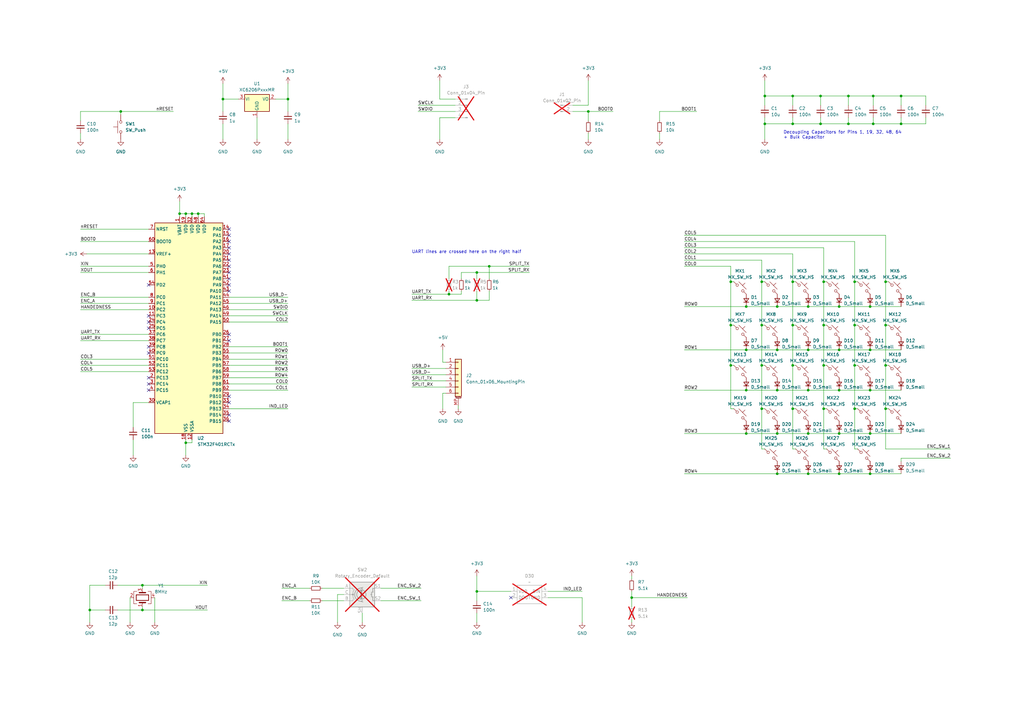
<source format=kicad_sch>
(kicad_sch (version 20231120) (generator "eeschema") (generator_version "8.0")
  (paper "A3")
  (junction (at 81.28 87.63))
  (junction (at 358.14 39.37))
  (junction (at 356.87 194.31))
  (junction (at 369.57 39.37))
  (junction (at 363.22 133.35))
  (junction (at 259.08 245.11))
  (junction (at 313.69 39.37))
  (junction (at 331.47 194.31))
  (junction (at 318.77 194.31))
  (junction (at 318.77 160.02))
  (junction (at 49.53 45.72))
  (junction (at 200.66 109.22))
  (junction (at 331.47 177.8))
  (junction (at 325.12 133.35))
  (junction (at 325.12 115.57))
  (junction (at 344.17 160.02))
  (junction (at 325.12 39.37))
  (junction (at 76.2 87.63))
  (junction (at 318.77 143.51))
  (junction (at 331.47 160.02))
  (junction (at 344.17 143.51))
  (junction (at 299.72 115.57))
  (junction (at 318.77 125.73))
  (junction (at 306.07 143.51))
  (junction (at 344.17 177.8))
  (junction (at 325.12 149.86))
  (junction (at 369.57 50.8))
  (junction (at 325.12 50.8))
  (junction (at 91.44 40.64))
  (junction (at 347.98 39.37))
  (junction (at 363.22 167.64))
  (junction (at 337.82 115.57))
  (junction (at 363.22 149.86))
  (junction (at 344.17 125.73))
  (junction (at 356.87 177.8))
  (junction (at 36.83 250.19))
  (junction (at 78.74 87.63))
  (junction (at 306.07 177.8))
  (junction (at 350.52 115.57))
  (junction (at 73.66 87.63))
  (junction (at 299.72 133.35))
  (junction (at 356.87 160.02))
  (junction (at 312.42 115.57))
  (junction (at 312.42 167.64))
  (junction (at 76.2 181.61))
  (junction (at 336.55 39.37))
  (junction (at 337.82 133.35))
  (junction (at 312.42 133.35))
  (junction (at 312.42 149.86))
  (junction (at 318.77 177.8))
  (junction (at 195.58 123.19))
  (junction (at 325.12 167.64))
  (junction (at 344.17 194.31))
  (junction (at 350.52 149.86))
  (junction (at 350.52 167.64))
  (junction (at 58.42 250.19))
  (junction (at 337.82 167.64))
  (junction (at 331.47 143.51))
  (junction (at 337.82 149.86))
  (junction (at 241.3 45.72))
  (junction (at 350.52 133.35))
  (junction (at 299.72 149.86))
  (junction (at 195.58 242.57))
  (junction (at 356.87 143.51))
  (junction (at 184.15 120.65))
  (junction (at 347.98 50.8))
  (junction (at 358.14 50.8))
  (junction (at 356.87 125.73))
  (junction (at 118.11 40.64))
  (junction (at 313.69 50.8))
  (junction (at 195.58 111.76))
  (junction (at 336.55 50.8))
  (junction (at 306.07 160.02))
  (junction (at 363.22 115.57))
  (junction (at 58.42 240.03))
  (junction (at 331.47 125.73))
  (junction (at 306.07 125.73))
  (no_connect (at 93.98 109.22))
  (no_connect (at 93.98 162.56))
  (no_connect (at 60.96 144.78))
  (no_connect (at 60.96 142.24))
  (no_connect (at 60.96 129.54))
  (no_connect (at 93.98 116.84))
  (no_connect (at 93.98 172.72))
  (no_connect (at 93.98 170.18))
  (no_connect (at 93.98 114.3))
  (no_connect (at 209.55 245.11))
  (no_connect (at 93.98 111.76))
  (no_connect (at 93.98 93.98))
  (no_connect (at 93.98 137.16))
  (no_connect (at 60.96 157.48))
  (no_connect (at 93.98 96.52))
  (no_connect (at 93.98 119.38))
  (no_connect (at 93.98 165.1))
  (no_connect (at 60.96 134.62))
  (no_connect (at 93.98 139.7))
  (no_connect (at 60.96 160.02))
  (no_connect (at 60.96 154.94))
  (no_connect (at 93.98 104.14))
  (no_connect (at 93.98 101.6))
  (no_connect (at 60.96 116.84))
  (no_connect (at 60.96 132.08))
  (no_connect (at 93.98 99.06))
  (no_connect (at 93.98 106.68))
  (wire (pts (xy 181.61 148.59) (xy 182.88 148.59)))
  (wire (pts (xy 168.91 123.19) (xy 195.58 123.19)))
  (wire (pts (xy 58.42 240.03) (xy 58.42 241.3)))
  (wire (pts (xy 313.69 33.02) (xy 313.69 39.37)))
  (wire (pts (xy 195.58 242.57) (xy 209.55 242.57)))
  (wire (pts (xy 93.98 167.64) (xy 118.11 167.64)))
  (wire (pts (xy 363.22 133.35) (xy 363.22 149.86)))
  (wire (pts (xy 358.14 39.37) (xy 369.57 39.37)))
  (wire (pts (xy 195.58 255.27) (xy 195.58 251.46)))
  (wire (pts (xy 347.98 39.37) (xy 347.98 43.18)))
  (wire (pts (xy 280.67 99.06) (xy 350.52 99.06)))
  (wire (pts (xy 93.98 127) (xy 118.11 127)))
  (wire (pts (xy 347.98 39.37) (xy 358.14 39.37)))
  (wire (pts (xy 350.52 115.57) (xy 351.79 115.57)))
  (wire (pts (xy 58.42 250.19) (xy 85.09 250.19)))
  (wire (pts (xy 73.66 87.63) (xy 73.66 88.9)))
  (wire (pts (xy 285.75 45.72) (xy 270.51 45.72)))
  (wire (pts (xy 318.77 143.51) (xy 331.47 143.51)))
  (wire (pts (xy 337.82 133.35) (xy 339.09 133.35)))
  (wire (pts (xy 363.22 133.35) (xy 364.49 133.35)))
  (wire (pts (xy 369.57 39.37) (xy 369.57 43.18)))
  (wire (pts (xy 336.55 50.8) (xy 347.98 50.8)))
  (wire (pts (xy 73.66 82.55) (xy 73.66 87.63)))
  (wire (pts (xy 48.26 250.19) (xy 58.42 250.19)))
  (wire (pts (xy 33.02 45.72) (xy 49.53 45.72)))
  (wire (pts (xy 168.91 153.67) (xy 182.88 153.67)))
  (wire (pts (xy 325.12 39.37) (xy 336.55 39.37)))
  (wire (pts (xy 379.73 50.8) (xy 369.57 50.8)))
  (wire (pts (xy 132.08 246.38) (xy 140.97 246.38)))
  (wire (pts (xy 280.67 101.6) (xy 337.82 101.6)))
  (wire (pts (xy 344.17 125.73) (xy 356.87 125.73)))
  (wire (pts (xy 331.47 177.8) (xy 344.17 177.8)))
  (wire (pts (xy 180.34 48.26) (xy 186.69 48.26)))
  (wire (pts (xy 312.42 133.35) (xy 312.42 149.86)))
  (wire (pts (xy 350.52 133.35) (xy 351.79 133.35)))
  (wire (pts (xy 238.76 255.27) (xy 238.76 245.11)))
  (wire (pts (xy 91.44 34.29) (xy 91.44 40.64)))
  (wire (pts (xy 312.42 115.57) (xy 313.69 115.57)))
  (wire (pts (xy 306.07 125.73) (xy 318.77 125.73)))
  (wire (pts (xy 43.18 240.03) (xy 36.83 240.03)))
  (wire (pts (xy 78.74 181.61) (xy 78.74 180.34)))
  (wire (pts (xy 33.02 149.86) (xy 60.96 149.86)))
  (wire (pts (xy 93.98 121.92) (xy 118.11 121.92)))
  (wire (pts (xy 336.55 39.37) (xy 347.98 39.37)))
  (wire (pts (xy 325.12 50.8) (xy 336.55 50.8)))
  (wire (pts (xy 180.34 40.64) (xy 186.69 40.64)))
  (wire (pts (xy 299.72 149.86) (xy 299.72 167.64)))
  (wire (pts (xy 344.17 177.8) (xy 356.87 177.8)))
  (wire (pts (xy 76.2 181.61) (xy 78.74 181.61)))
  (wire (pts (xy 350.52 167.64) (xy 350.52 184.15)))
  (wire (pts (xy 280.67 96.52) (xy 363.22 96.52)))
  (wire (pts (xy 76.2 181.61) (xy 76.2 180.34)))
  (wire (pts (xy 379.73 43.18) (xy 379.73 39.37)))
  (wire (pts (xy 33.02 109.22) (xy 60.96 109.22)))
  (wire (pts (xy 60.96 104.14) (xy 35.56 104.14)))
  (wire (pts (xy 78.74 88.9) (xy 78.74 87.63)))
  (wire (pts (xy 259.08 236.22) (xy 259.08 237.49)))
  (wire (pts (xy 280.67 143.51) (xy 306.07 143.51)))
  (wire (pts (xy 318.77 125.73) (xy 331.47 125.73)))
  (wire (pts (xy 350.52 184.15) (xy 351.79 184.15)))
  (wire (pts (xy 259.08 254) (xy 259.08 255.27)))
  (wire (pts (xy 189.23 111.76) (xy 195.58 111.76)))
  (wire (pts (xy 33.02 152.4) (xy 60.96 152.4)))
  (wire (pts (xy 299.72 167.64) (xy 300.99 167.64)))
  (wire (pts (xy 363.22 115.57) (xy 364.49 115.57)))
  (wire (pts (xy 306.07 143.51) (xy 318.77 143.51)))
  (wire (pts (xy 331.47 143.51) (xy 344.17 143.51)))
  (wire (pts (xy 318.77 194.31) (xy 331.47 194.31)))
  (wire (pts (xy 337.82 133.35) (xy 337.82 149.86)))
  (wire (pts (xy 379.73 48.26) (xy 379.73 50.8)))
  (wire (pts (xy 58.42 240.03) (xy 48.26 240.03)))
  (wire (pts (xy 217.17 109.22) (xy 200.66 109.22)))
  (wire (pts (xy 363.22 96.52) (xy 363.22 115.57)))
  (wire (pts (xy 350.52 115.57) (xy 350.52 133.35)))
  (wire (pts (xy 171.45 43.18) (xy 186.69 43.18)))
  (wire (pts (xy 325.12 39.37) (xy 325.12 43.18)))
  (wire (pts (xy 118.11 40.64) (xy 118.11 45.72)))
  (wire (pts (xy 325.12 149.86) (xy 326.39 149.86)))
  (wire (pts (xy 93.98 152.4) (xy 118.11 152.4)))
  (wire (pts (xy 241.3 54.61) (xy 241.3 57.15)))
  (wire (pts (xy 58.42 240.03) (xy 85.09 240.03)))
  (wire (pts (xy 118.11 40.64) (xy 113.03 40.64)))
  (wire (pts (xy 356.87 143.51) (xy 369.57 143.51)))
  (wire (pts (xy 115.57 241.3) (xy 127 241.3)))
  (wire (pts (xy 33.02 99.06) (xy 60.96 99.06)))
  (wire (pts (xy 234.95 45.72) (xy 241.3 45.72)))
  (wire (pts (xy 83.82 88.9) (xy 83.82 87.63)))
  (wire (pts (xy 363.22 149.86) (xy 364.49 149.86)))
  (wire (pts (xy 33.02 45.72) (xy 33.02 49.53)))
  (wire (pts (xy 93.98 157.48) (xy 118.11 157.48)))
  (wire (pts (xy 369.57 48.26) (xy 369.57 50.8)))
  (wire (pts (xy 241.3 33.02) (xy 241.3 43.18)))
  (wire (pts (xy 280.67 194.31) (xy 318.77 194.31)))
  (wire (pts (xy 168.91 151.13) (xy 182.88 151.13)))
  (wire (pts (xy 171.45 45.72) (xy 186.69 45.72)))
  (wire (pts (xy 200.66 123.19) (xy 195.58 123.19)))
  (wire (pts (xy 312.42 133.35) (xy 313.69 133.35)))
  (wire (pts (xy 33.02 111.76) (xy 60.96 111.76)))
  (wire (pts (xy 312.42 167.64) (xy 312.42 184.15)))
  (wire (pts (xy 280.67 177.8) (xy 306.07 177.8)))
  (wire (pts (xy 356.87 194.31) (xy 369.57 194.31)))
  (wire (pts (xy 337.82 167.64) (xy 339.09 167.64)))
  (wire (pts (xy 118.11 34.29) (xy 118.11 40.64)))
  (wire (pts (xy 344.17 160.02) (xy 356.87 160.02)))
  (wire (pts (xy 181.61 161.29) (xy 181.61 167.64)))
  (wire (pts (xy 132.08 241.3) (xy 140.97 241.3)))
  (wire (pts (xy 299.72 115.57) (xy 299.72 133.35)))
  (wire (pts (xy 195.58 246.38) (xy 195.58 242.57)))
  (wire (pts (xy 36.83 250.19) (xy 36.83 255.27)))
  (wire (pts (xy 195.58 111.76) (xy 217.17 111.76)))
  (wire (pts (xy 93.98 129.54) (xy 118.11 129.54)))
  (wire (pts (xy 181.61 161.29) (xy 182.88 161.29)))
  (wire (pts (xy 389.89 184.15) (xy 363.22 184.15)))
  (wire (pts (xy 172.72 241.3) (xy 156.21 241.3)))
  (wire (pts (xy 313.69 39.37) (xy 325.12 39.37)))
  (wire (pts (xy 259.08 245.11) (xy 281.94 245.11)))
  (wire (pts (xy 325.12 184.15) (xy 326.39 184.15)))
  (wire (pts (xy 195.58 111.76) (xy 195.58 114.3)))
  (wire (pts (xy 325.12 167.64) (xy 325.12 184.15)))
  (wire (pts (xy 325.12 133.35) (xy 326.39 133.35)))
  (wire (pts (xy 325.12 115.57) (xy 326.39 115.57)))
  (wire (pts (xy 58.42 250.19) (xy 58.42 248.92)))
  (wire (pts (xy 325.12 104.14) (xy 325.12 115.57)))
  (wire (pts (xy 189.23 114.3) (xy 189.23 111.76)))
  (wire (pts (xy 181.61 143.51) (xy 181.61 148.59)))
  (wire (pts (xy 91.44 50.8) (xy 91.44 57.15)))
  (wire (pts (xy 356.87 125.73) (xy 369.57 125.73)))
  (wire (pts (xy 337.82 167.64) (xy 337.82 184.15)))
  (wire (pts (xy 93.98 124.46) (xy 118.11 124.46)))
  (wire (pts (xy 63.5 245.11) (xy 63.5 255.27)))
  (wire (pts (xy 280.67 106.68) (xy 312.42 106.68)))
  (wire (pts (xy 53.34 245.11) (xy 53.34 255.27)))
  (wire (pts (xy 259.08 245.11) (xy 259.08 248.92)))
  (wire (pts (xy 180.34 48.26) (xy 180.34 57.15)))
  (wire (pts (xy 83.82 87.63) (xy 81.28 87.63)))
  (wire (pts (xy 49.53 45.72) (xy 49.53 46.99)))
  (wire (pts (xy 379.73 39.37) (xy 369.57 39.37)))
  (wire (pts (xy 93.98 149.86) (xy 118.11 149.86)))
  (wire (pts (xy 299.72 133.35) (xy 300.99 133.35)))
  (wire (pts (xy 93.98 132.08) (xy 118.11 132.08)))
  (wire (pts (xy 270.51 54.61) (xy 270.51 57.15)))
  (wire (pts (xy 337.82 101.6) (xy 337.82 115.57)))
  (wire (pts (xy 325.12 115.57) (xy 325.12 133.35)))
  (wire (pts (xy 168.91 156.21) (xy 182.88 156.21)))
  (wire (pts (xy 350.52 167.64) (xy 351.79 167.64)))
  (wire (pts (xy 344.17 143.51) (xy 356.87 143.51)))
  (wire (pts (xy 358.14 39.37) (xy 358.14 43.18)))
  (wire (pts (xy 156.21 246.38) (xy 172.72 246.38)))
  (wire (pts (xy 33.02 147.32) (xy 60.96 147.32)))
  (wire (pts (xy 337.82 149.86) (xy 339.09 149.86)))
  (wire (pts (xy 358.14 48.26) (xy 358.14 50.8)))
  (wire (pts (xy 168.91 120.65) (xy 184.15 120.65)))
  (wire (pts (xy 195.58 119.38) (xy 195.58 123.19)))
  (wire (pts (xy 200.66 109.22) (xy 200.66 114.3)))
  (wire (pts (xy 325.12 167.64) (xy 326.39 167.64)))
  (wire (pts (xy 312.42 115.57) (xy 312.42 133.35)))
  (wire (pts (xy 270.51 45.72) (xy 270.51 49.53)))
  (wire (pts (xy 76.2 181.61) (xy 76.2 186.69)))
  (wire (pts (xy 184.15 114.3) (xy 184.15 109.22)))
  (wire (pts (xy 138.43 255.27) (xy 138.43 243.84)))
  (wire (pts (xy 369.57 50.8) (xy 358.14 50.8)))
  (wire (pts (xy 78.74 87.63) (xy 76.2 87.63)))
  (wire (pts (xy 93.98 144.78) (xy 118.11 144.78)))
  (wire (pts (xy 369.57 187.96) (xy 369.57 189.23)))
  (wire (pts (xy 93.98 160.02) (xy 118.11 160.02)))
  (wire (pts (xy 118.11 50.8) (xy 118.11 57.15)))
  (wire (pts (xy 54.61 165.1) (xy 60.96 165.1)))
  (wire (pts (xy 241.3 45.72) (xy 251.46 45.72)))
  (wire (pts (xy 180.34 33.02) (xy 180.34 40.64)))
  (wire (pts (xy 350.52 149.86) (xy 350.52 167.64)))
  (wire (pts (xy 312.42 184.15) (xy 313.69 184.15)))
  (wire (pts (xy 312.42 167.64) (xy 313.69 167.64)))
  (wire (pts (xy 312.42 149.86) (xy 312.42 167.64)))
  (wire (pts (xy 363.22 167.64) (xy 363.22 184.15)))
  (wire (pts (xy 280.67 160.02) (xy 306.07 160.02)))
  (wire (pts (xy 363.22 115.57) (xy 363.22 133.35)))
  (wire (pts (xy 306.07 177.8) (xy 318.77 177.8)))
  (wire (pts (xy 36.83 240.03) (xy 36.83 250.19)))
  (wire (pts (xy 313.69 50.8) (xy 313.69 57.15)))
  (wire (pts (xy 280.67 104.14) (xy 325.12 104.14)))
  (wire (pts (xy 306.07 160.02) (xy 318.77 160.02)))
  (wire (pts (xy 138.43 243.84) (xy 140.97 243.84)))
  (wire (pts (xy 33.02 121.92) (xy 60.96 121.92)))
  (wire (pts (xy 389.89 187.96) (xy 369.57 187.96)))
  (wire (pts (xy 325.12 149.86) (xy 325.12 167.64)))
  (wire (pts (xy 105.41 57.15) (xy 105.41 48.26)))
  (wire (pts (xy 356.87 177.8) (xy 369.57 177.8)))
  (wire (pts (xy 325.12 50.8) (xy 325.12 48.26)))
  (wire (pts (xy 76.2 88.9) (xy 76.2 87.63)))
  (wire (pts (xy 337.82 115.57) (xy 337.82 133.35)))
  (wire (pts (xy 331.47 194.31) (xy 344.17 194.31)))
  (wire (pts (xy 363.22 167.64) (xy 364.49 167.64)))
  (wire (pts (xy 184.15 109.22) (xy 200.66 109.22)))
  (wire (pts (xy 54.61 175.26) (xy 54.61 165.1)))
  (wire (pts (xy 313.69 48.26) (xy 313.69 50.8)))
  (wire (pts (xy 299.72 133.35) (xy 299.72 149.86)))
  (wire (pts (xy 318.77 177.8) (xy 331.47 177.8)))
  (wire (pts (xy 54.61 180.34) (xy 54.61 186.69)))
  (wire (pts (xy 189.23 120.65) (xy 189.23 119.38)))
  (wire (pts (xy 336.55 39.37) (xy 336.55 43.18)))
  (wire (pts (xy 312.42 149.86) (xy 313.69 149.86)))
  (wire (pts (xy 238.76 245.11) (xy 224.79 245.11)))
  (wire (pts (xy 187.96 166.37) (xy 187.96 167.64)))
  (wire (pts (xy 336.55 50.8) (xy 336.55 48.26)))
  (wire (pts (xy 331.47 125.73) (xy 344.17 125.73)))
  (wire (pts (xy 358.14 50.8) (xy 347.98 50.8)))
  (wire (pts (xy 33.02 127) (xy 60.96 127)))
  (wire (pts (xy 347.98 48.26) (xy 347.98 50.8)))
  (wire (pts (xy 350.52 133.35) (xy 350.52 149.86)))
  (wire (pts (xy 280.67 125.73) (xy 306.07 125.73)))
  (wire (pts (xy 93.98 147.32) (xy 118.11 147.32)))
  (wire (pts (xy 93.98 142.24) (xy 118.11 142.24)))
  (wire (pts (xy 312.42 106.68) (xy 312.42 115.57)))
  (wire (pts (xy 195.58 236.22) (xy 195.58 242.57)))
  (wire (pts (xy 331.47 160.02) (xy 344.17 160.02)))
  (wire (pts (xy 325.12 133.35) (xy 325.12 149.86)))
  (wire (pts (xy 168.91 158.75) (xy 182.88 158.75)))
  (wire (pts (xy 318.77 160.02) (xy 331.47 160.02)))
  (wire (pts (xy 241.3 43.18) (xy 234.95 43.18)))
  (wire (pts (xy 184.15 120.65) (xy 189.23 120.65)))
  (wire (pts (xy 33.02 139.7) (xy 60.96 139.7)))
  (wire (pts (xy 33.02 93.98) (xy 60.96 93.98)))
  (wire (pts (xy 259.08 242.57) (xy 259.08 245.11)))
  (wire (pts (xy 224.79 242.57) (xy 238.76 242.57)))
  (wire (pts (xy 350.52 99.06) (xy 350.52 115.57)))
  (wire (pts (xy 299.72 109.22) (xy 299.72 115.57)))
  (wire (pts (xy 241.3 45.72) (xy 241.3 49.53)))
  (wire (pts (xy 356.87 160.02) (xy 369.57 160.02)))
  (wire (pts (xy 350.52 149.86) (xy 351.79 149.86)))
  (wire (pts (xy 337.82 115.57) (xy 339.09 115.57)))
  (wire (pts (xy 93.98 154.94) (xy 118.11 154.94)))
  (wire (pts (xy 148.59 251.46) (xy 148.59 255.27)))
  (wire (pts (xy 33.02 124.46) (xy 60.96 124.46)))
  (wire (pts (xy 184.15 119.38) (xy 184.15 120.65)))
  (wire (pts (xy 313.69 50.8) (xy 325.12 50.8)))
  (wire (pts (xy 91.44 40.64) (xy 91.44 45.72)))
  (wire (pts (xy 313.69 39.37) (xy 313.69 43.18)))
  (wire (pts (xy 299.72 149.86) (xy 300.99 149.86)))
  (wire (pts (xy 76.2 87.63) (xy 73.66 87.63)))
  (wire (pts (xy 33.02 54.61) (xy 33.02 57.15)))
  (wire (pts (xy 363.22 149.86) (xy 363.22 167.64)))
  (wire (pts (xy 115.57 246.38) (xy 127 246.38)))
  (wire (pts (xy 299.72 115.57) (xy 300.99 115.57)))
  (wire (pts (xy 337.82 184.15) (xy 339.09 184.15)))
  (wire (pts (xy 81.28 87.63) (xy 78.74 87.63)))
  (wire (pts (xy 200.66 119.38) (xy 200.66 123.19)))
  (wire (pts (xy 81.28 88.9) (xy 81.28 87.63)))
  (wire (pts (xy 344.17 194.31) (xy 356.87 194.31)))
  (wire (pts (xy 280.67 109.22) (xy 299.72 109.22)))
  (wire (pts (xy 43.18 250.19) (xy 36.83 250.19)))
  (wire (pts (xy 337.82 149.86) (xy 337.82 167.64)))
  (wire (pts (xy 49.53 45.72) (xy 71.12 45.72)))
  (wire (pts (xy 33.02 137.16) (xy 60.96 137.16)))
  (wire (pts (xy 91.44 40.64) (xy 97.79 40.64)))
  (text "Decoupling Capacitors for Pins 1, 19, 32, 48, 64\n+ Bulk Capacitor" (at 321.31 57.15 0) (effects (font (size 1.27 1.27)) (justify left bottom)))
  (text "UART lines are crossed here on the right half" (at 168.91 104.14 0) (effects (font (size 1.27 1.27)) (justify left bottom)))
  (label "ENC_A" (at 33.02 124.46 0))
  (label "ENC_SW_2" (at 389.89 187.96 180))
  (label "IND_LED" (at 118.11 167.64 180))
  (label "nRESET" (at 33.02 93.98 0))
  (label "ROW4" (at 118.11 154.94 180))
  (label "USB_D-" (at 118.11 121.92 180))
  (label "BOOT0" (at 33.02 99.06 0))
  (label "COL2" (at 280.67 104.14 0))
  (label "USB_D+" (at 168.91 151.13 0))
  (label "SPLIT_RX" (at 168.91 158.75 0))
  (label "UART_TX" (at 168.91 120.65 0))
  (label "SWCLK" (at 118.11 129.54 180))
  (label "COL4" (at 33.02 149.86 0))
  (label "ENC_A" (at 115.57 241.3 0))
  (label "XIN" (at 33.02 109.22 0))
  (label "ENC_SW_2" (at 172.72 241.3 180))
  (label "SWDIO" (at 118.11 127 180))
  (label "HANDEDNESS" (at 33.02 127 0))
  (label "COL5" (at 33.02 152.4 0))
  (label "SPLIT_TX" (at 168.91 156.21 0))
  (label "COL4" (at 280.67 99.06 0))
  (label "HANDEDNESS" (at 281.94 245.11 180))
  (label "SPLIT_TX" (at 217.17 109.22 180))
  (label "XOUT" (at 85.09 250.19 180))
  (label "COL0" (at 118.11 157.48 180))
  (label "ROW0" (at 118.11 144.78 180))
  (label "BOOT0" (at 251.46 45.72 180))
  (label "COL0" (at 280.67 109.22 0))
  (label "SWCLK" (at 171.45 43.18 0))
  (label "ROW1" (at 118.11 147.32 180))
  (label "USB_D+" (at 118.11 124.46 180))
  (label "ROW3" (at 280.67 177.8 0))
  (label "COL5" (at 280.67 96.52 0))
  (label "nRESET" (at 71.12 45.72 180))
  (label "COL3" (at 280.67 101.6 0))
  (label "COL1" (at 280.67 106.68 0))
  (label "UART_RX" (at 33.02 139.7 0))
  (label "BOOT1" (at 118.11 142.24 180))
  (label "ENC_SW_1" (at 389.89 184.15 180))
  (label "ROW4" (at 280.67 194.31 0))
  (label "COL2" (at 118.11 132.08 180))
  (label "XIN" (at 85.09 240.03 180))
  (label "ENC_B" (at 115.57 246.38 0))
  (label "SPLIT_RX" (at 217.17 111.76 180))
  (label "COL1" (at 118.11 160.02 180))
  (label "COL3" (at 33.02 147.32 0))
  (label "UART_TX" (at 33.02 137.16 0))
  (label "SWDIO" (at 171.45 45.72 0))
  (label "UART_RX" (at 168.91 123.19 0))
  (label "ROW0" (at 280.67 125.73 0))
  (label "IND_LED" (at 238.76 242.57 180))
  (label "ROW3" (at 118.11 152.4 180))
  (label "ROW2" (at 118.11 149.86 180))
  (label "ENC_B" (at 33.02 121.92 0))
  (label "XOUT" (at 33.02 111.76 0))
  (label "ROW1" (at 280.67 143.51 0))
  (label "ENC_SW_1" (at 172.72 246.38 180))
  (label "USB_D-" (at 168.91 153.67 0))
  (label "ROW2" (at 280.67 160.02 0))
  (label "BOOT1" (at 285.75 45.72 180))
  (symbol (lib_id "PCM_marbastlib-mx:MX_SW_HS") (at 354.33 152.4 0) (unit 1)
    (property "Reference" "MX17" (at 354.33 145.415 0))
    (property "Value" "MX_SW_HS" (at 354.33 147.955 0))
    (property "Footprint" "PCM_marbastlib-mx:SW_MX_HS_1u" (effects (hide yes)))
  )
  (symbol (lib_id "Device:C_Small") (at 369.57 45.72 0) (unit 1)
    (property "Reference" "C6" (at 372.11 44.4563 0) (effects (justify left)))
    (property "Value" "100n" (at 372.11 46.9963 0) (effects (justify left)))
    (property "Footprint" "Capacitor_SMD:C_0603_1608Metric" (effects (hide yes)))
  )
  (symbol (lib_id "Device:D_Small") (at 344.17 175.26 90) (unit 1)
    (property "Reference" "D22" (at 346.075 173.99 90) (effects (justify right)))
    (property "Value" "D_Small" (at 346.075 176.53 90) (effects (justify right)))
    (property "Footprint" "Diode_SMD:D_SOD-123" (effects (hide yes)))
    (property "Sim.Device" "D" (effects (hide yes)))
    (property "Sim.Pins" "1=K 2=A" (effects (hide yes)))
  )
  (symbol (lib_id "Device:C_Small") (at 347.98 45.72 0) (unit 1)
    (property "Reference" "C4" (at 350.52 44.4563 0) (effects (justify left)))
    (property "Value" "100n" (at 350.52 46.9963 0) (effects (justify left)))
    (property "Footprint" "Capacitor_SMD:C_0603_1608Metric" (effects (hide yes)))
  )
  (symbol (lib_id "PCM_marbastlib-mx:MX_SW_HS") (at 367.03 152.4 0) (unit 1)
    (property "Reference" "MX18" (at 367.03 145.415 0))
    (property "Value" "MX_SW_HS" (at 367.03 147.955 0))
    (property "Footprint" "PCM_marbastlib-mx:SW_MX_HS_1u" (effects (hide yes)))
  )
  (symbol (lib_id "PCM_marbastlib-mx:MX_SW_HS") (at 328.93 170.18 0) (unit 1)
    (property "Reference" "MX21" (at 328.93 163.195 0))
    (property "Value" "MX_SW_HS" (at 328.93 165.735 0))
    (property "Footprint" "PCM_marbastlib-mx:SW_MX_HS_1u" (effects (hide yes)))
  )
  (symbol (lib_id "Device:D_Small") (at 306.07 140.97 90) (unit 1)
    (property "Reference" "D7" (at 307.975 139.7 90) (effects (justify right)))
    (property "Value" "D_Small" (at 307.975 142.24 90) (effects (justify right)))
    (property "Footprint" "Diode_SMD:D_SOD-123" (effects (hide yes)))
    (property "Sim.Device" "D" (effects (hide yes)))
    (property "Sim.Pins" "1=K 2=A" (effects (hide yes)))
  )
  (symbol (lib_id "Device:R_Small") (at 259.08 251.46 0) (unit 1) (dnp yes)
    (property "Reference" "R13" (at 261.62 250.19 0) (effects (justify left)))
    (property "Value" "5.1k" (at 261.62 252.73 0) (effects (justify left)))
    (property "Footprint" "Resistor_SMD:R_0603_1608Metric_Pad0.98x0.95mm_HandSolder" (effects (hide yes)))
  )
  (symbol (lib_id "Connector_Generic_MountingPin:Conn_01x06_MountingPin") (at 187.96 153.67 0) (unit 1)
    (property "Reference" "J2" (at 191.135 154.0256 0) (effects (justify left)))
    (property "Value" "Conn_01x06_MountingPin" (at 191.135 156.5656 0) (effects (justify left)))
    (property "Footprint" "Connector_JST:JST_SH_SM06B-SRSS-TB_1x06-1MP_P1.00mm_Horizontal" (effects (hide yes)))
  )
  (symbol (lib_id "Device:D_Small") (at 369.57 191.77 90) (unit 1)
    (property "Reference" "D29" (at 371.475 190.5 90) (effects (justify right)))
    (property "Value" "D_Small" (at 371.475 193.04 90) (effects (justify right)))
    (property "Footprint" "Diode_SMD:D_SOD-123" (effects (hide yes)))
    (property "Sim.Device" "D" (effects (hide yes)))
    (property "Sim.Pins" "1=K 2=A" (effects (hide yes)))
  )
  (symbol (lib_id "PCM_marbastlib-mx:MX_SW_HS") (at 303.53 118.11 0) (unit 1)
    (property "Reference" "MX1" (at 303.53 111.125 0))
    (property "Value" "MX_SW_HS" (at 303.53 113.665 0))
    (property "Footprint" "PCM_marbastlib-mx:SW_MX_HS_1u" (effects (hide yes)))
  )
  (symbol (lib_id "lib-zegonix:sk6812mini-e") (at 217.17 243.84 0) (unit 1) (in_bom no) (dnp yes)
    (property "Reference" "D30" (at 217.17 236.22 0))
    (property "Value" "~" (at 217.17 238.76 0))
    (property "Footprint" "lib-zegonix:SK6812MINI-E_3.2x2.8_reverse_mount" (effects (hide yes)))
  )
  (symbol (lib_id "PCM_marbastlib-mx:MX_SW_HS") (at 303.53 135.89 0) (unit 1)
    (property "Reference" "MX7" (at 303.53 128.905 0))
    (property "Value" "MX_SW_HS" (at 303.53 131.445 0))
    (property "Footprint" "PCM_marbastlib-mx:SW_MX_HS_1u" (effects (hide yes)))
  )
  (symbol (lib_id "PCM_marbastlib-mx:MX_SW_HS") (at 328.93 186.69 0) (unit 1)
    (property "Reference" "MX26" (at 328.93 179.705 0))
    (property "Value" "MX_SW_HS" (at 328.93 182.245 0))
    (property "Footprint" "PCM_marbastlib-mx:SW_MX_HS_1u" (effects (hide yes)))
  )
  (symbol (lib_id "Device:C_Small") (at 45.72 250.19 90) (unit 1)
    (property "Reference" "C13" (at 44.45 253.365 90) (effects (justify right)))
    (property "Value" "12p" (at 44.45 255.905 90) (effects (justify right)))
    (property "Footprint" "Capacitor_SMD:C_0603_1608Metric" (effects (hide yes)))
  )
  (symbol (lib_id "PCM_marbastlib-mx:MX_SW_HS") (at 341.63 170.18 0) (unit 1)
    (property "Reference" "MX22" (at 341.63 163.195 0))
    (property "Value" "MX_SW_HS" (at 341.63 165.735 0))
    (property "Footprint" "PCM_marbastlib-mx:SW_MX_HS_1u" (effects (hide yes)))
  )
  (symbol (lib_id "power:GND") (at 118.11 57.15 0) (unit 1)
    (property "Reference" "#PWR09" (effects (hide yes)))
    (property "Value" "GND" (at 118.11 62.23 0))
  )
  (symbol (lib_id "Device:D_Small") (at 344.17 157.48 90) (unit 1)
    (property "Reference" "D16" (at 346.075 156.21 90) (effects (justify right)))
    (property "Value" "D_Small" (at 346.075 158.75 90) (effects (justify right)))
    (property "Footprint" "Diode_SMD:D_SOD-123" (effects (hide yes)))
    (property "Sim.Device" "D" (effects (hide yes)))
    (property "Sim.Pins" "1=K 2=A" (effects (hide yes)))
  )
  (symbol (lib_id "Device:C_Small") (at 336.55 45.72 0) (unit 1)
    (property "Reference" "C3" (at 339.09 44.4563 0) (effects (justify left)))
    (property "Value" "100n" (at 339.09 46.9963 0) (effects (justify left)))
    (property "Footprint" "Capacitor_SMD:C_0603_1608Metric" (effects (hide yes)))
  )
  (symbol (lib_id "PCM_marbastlib-mx:MX_SW_HS") (at 328.93 152.4 0) (unit 1)
    (property "Reference" "MX15" (at 328.93 145.415 0))
    (property "Value" "MX_SW_HS" (at 328.93 147.955 0))
    (property "Footprint" "PCM_marbastlib-mx:SW_MX_HS_1u" (effects (hide yes)))
  )
  (symbol (lib_id "Device:C_Small") (at 325.12 45.72 0) (unit 1)
    (property "Reference" "C2" (at 327.66 44.4563 0) (effects (justify left)))
    (property "Value" "100n" (at 327.66 46.9963 0) (effects (justify left)))
    (property "Footprint" "Capacitor_SMD:C_0603_1608Metric" (effects (hide yes)))
  )
  (symbol (lib_id "PCM_marbastlib-mx:MX_SW_HS") (at 316.23 186.69 0) (unit 1)
    (property "Reference" "MX25" (at 316.23 179.705 0))
    (property "Value" "MX_SW_HS" (at 316.23 182.245 0))
    (property "Footprint" "PCM_marbastlib-mx:SW_MX_HS_1u" (effects (hide yes)))
  )
  (symbol (lib_id "power:GND") (at 259.08 255.27 0) (unit 1)
    (property "Reference" "#PWR026" (effects (hide yes)))
    (property "Value" "GND" (at 259.08 259.715 0))
  )
  (symbol (lib_id "Device:Crystal_GND24") (at 58.42 245.11 90) (unit 1)
    (property "Reference" "Y1" (at 66.04 240.1568 90))
    (property "Value" "8MHz" (at 66.04 242.6968 90))
    (property "Footprint" "Crystal:Crystal_SMD_3225-4Pin_3.2x2.5mm" (effects (hide yes)))
  )
  (symbol (lib_id "Device:D_Small") (at 356.87 140.97 90) (unit 1)
    (property "Reference" "D11" (at 358.775 139.7 90) (effects (justify right)))
    (property "Value" "D_Small" (at 358.775 142.24 90) (effects (justify right)))
    (property "Footprint" "Diode_SMD:D_SOD-123" (effects (hide yes)))
    (property "Sim.Device" "D" (effects (hide yes)))
    (property "Sim.Pins" "1=K 2=A" (effects (hide yes)))
  )
  (symbol (lib_id "Device:D_Small") (at 344.17 140.97 90) (unit 1)
    (property "Reference" "D10" (at 346.075 139.7 90) (effects (justify right)))
    (property "Value" "D_Small" (at 346.075 142.24 90) (effects (justify right)))
    (property "Footprint" "Diode_SMD:D_SOD-123" (effects (hide yes)))
    (property "Sim.Device" "D" (effects (hide yes)))
    (property "Sim.Pins" "1=K 2=A" (effects (hide yes)))
  )
  (symbol (lib_id "Device:D_Small") (at 331.47 123.19 90) (unit 1)
    (property "Reference" "D3" (at 333.375 121.92 90) (effects (justify right)))
    (property "Value" "D_Small" (at 333.375 124.46 90) (effects (justify right)))
    (property "Footprint" "Diode_SMD:D_SOD-123" (effects (hide yes)))
    (property "Sim.Device" "D" (effects (hide yes)))
    (property "Sim.Pins" "1=K 2=A" (effects (hide yes)))
  )
  (symbol (lib_id "Device:C_Small") (at 118.11 48.26 0) (unit 1)
    (property "Reference" "C9" (at 120.65 46.9963 0) (effects (justify left)))
    (property "Value" "1u" (at 120.65 49.5363 0) (effects (justify left)))
    (property "Footprint" "Capacitor_SMD:C_0603_1608Metric" (effects (hide yes)))
  )
  (symbol (lib_id "Device:D_Small") (at 369.57 140.97 90) (unit 1)
    (property "Reference" "D12" (at 371.475 139.7 90) (effects (justify right)))
    (property "Value" "D_Small" (at 371.475 142.24 90) (effects (justify right)))
    (property "Footprint" "Diode_SMD:D_SOD-123" (effects (hide yes)))
    (property "Sim.Device" "D" (effects (hide yes)))
    (property "Sim.Pins" "1=K 2=A" (effects (hide yes)))
  )
  (symbol (lib_id "Device:D_Small") (at 331.47 157.48 90) (unit 1)
    (property "Reference" "D15" (at 333.375 156.21 90) (effects (justify right)))
    (property "Value" "D_Small" (at 333.375 158.75 90) (effects (justify right)))
    (property "Footprint" "Diode_SMD:D_SOD-123" (effects (hide yes)))
    (property "Sim.Device" "D" (effects (hide yes)))
    (property "Sim.Pins" "1=K 2=A" (effects (hide yes)))
  )
  (symbol (lib_id "PCM_marbastlib-mx:MX_SW_HS") (at 354.33 170.18 0) (unit 1)
    (property "Reference" "MX23" (at 354.33 163.195 0))
    (property "Value" "MX_SW_HS" (at 354.33 165.735 0))
    (property "Footprint" "PCM_marbastlib-mx:SW_MX_HS_1u" (effects (hide yes)))
  )
  (symbol (lib_id "power:GND") (at 91.44 57.15 0) (unit 1)
    (property "Reference" "#PWR07" (effects (hide yes)))
    (property "Value" "GND" (at 91.44 62.23 0))
  )
  (symbol (lib_id "power:+5V") (at 181.61 143.51 0) (unit 1)
    (property "Reference" "#PWR04" (effects (hide yes)))
    (property "Value" "+5V" (at 181.61 138.43 0))
  )
  (symbol (lib_id "Device:C_Small") (at 313.69 45.72 0) (unit 1)
    (property "Reference" "C1" (at 316.23 44.4563 0) (effects (justify left)))
    (property "Value" "10u" (at 316.23 46.9963 0) (effects (justify left)))
    (property "Footprint" "Capacitor_SMD:C_0603_1608Metric" (effects (hide yes)))
  )
  (symbol (lib_id "Connector:Conn_01x02_Pin") (at 229.87 43.18 0) (unit 1) (dnp yes)
    (property "Reference" "J1" (at 230.505 38.735 0))
    (property "Value" "Conn_01x02_Pin" (at 230.505 41.275 0))
    (property "Footprint" "Connector_PinHeader_2.54mm:PinHeader_1x02_P2.54mm_Vertical" (effects (hide yes)))
  )
  (symbol (lib_id "Device:D_Small") (at 331.47 175.26 90) (unit 1)
    (property "Reference" "D21" (at 333.375 173.99 90) (effects (justify right)))
    (property "Value" "D_Small" (at 333.375 176.53 90) (effects (justify right)))
    (property "Footprint" "Diode_SMD:D_SOD-123" (effects (hide yes)))
    (property "Sim.Device" "D" (effects (hide yes)))
    (property "Sim.Pins" "1=K 2=A" (effects (hide yes)))
  )
  (symbol (lib_id "Device:C_Small") (at 45.72 240.03 90) (unit 1)
    (property "Reference" "C12" (at 44.45 234.315 90) (effects (justify right)))
    (property "Value" "12p" (at 44.45 236.855 90) (effects (justify right)))
    (property "Footprint" "Capacitor_SMD:C_0603_1608Metric" (effects (hide yes)))
  )
  (symbol (lib_id "PCM_marbastlib-mx:MX_SW_HS") (at 316.23 135.89 0) (unit 1)
    (property "Reference" "MX8" (at 316.23 128.905 0))
    (property "Value" "MX_SW_HS" (at 316.23 131.445 0))
    (property "Footprint" "PCM_marbastlib-mx:SW_MX_HS_1u" (effects (hide yes)))
  )
  (symbol (lib_id "Device:C_Small") (at 54.61 177.8 0) (unit 1)
    (property "Reference" "C11" (at 57.912 176.5363 0) (effects (justify left)))
    (property "Value" "100n" (at 57.912 179.0763 0) (effects (justify left)))
    (property "Footprint" "Capacitor_SMD:C_0603_1608Metric" (effects (hide yes)))
  )
  (symbol (lib_id "Device:D_Small") (at 344.17 191.77 90) (unit 1)
    (property "Reference" "D27" (at 346.075 190.5 90) (effects (justify right)))
    (property "Value" "D_Small" (at 346.075 193.04 90) (effects (justify right)))
    (property "Footprint" "Diode_SMD:D_SOD-123" (effects (hide yes)))
    (property "Sim.Device" "D" (effects (hide yes)))
    (property "Sim.Pins" "1=K 2=A" (effects (hide yes)))
  )
  (symbol (lib_id "power:GND") (at 238.76 255.27 0) (unit 1)
    (property "Reference" "#PWR031" (effects (hide yes)))
    (property "Value" "GND" (at 238.76 259.715 0))
  )
  (symbol (lib_id "Device:D_Small") (at 306.07 123.19 90) (unit 1)
    (property "Reference" "D1" (at 307.975 121.92 90) (effects (justify right)))
    (property "Value" "D_Small" (at 307.975 124.46 90) (effects (justify right)))
    (property "Footprint" "Diode_SMD:D_SOD-123" (effects (hide yes)))
    (property "Sim.Device" "D" (effects (hide yes)))
    (property "Sim.Pins" "1=K 2=A" (effects (hide yes)))
  )
  (symbol (lib_id "PCM_marbastlib-mx:MX_SW_HS") (at 367.03 118.11 0) (unit 1)
    (property "Reference" "MX6" (at 367.03 111.125 0))
    (property "Value" "MX_SW_HS" (at 367.03 113.665 0))
    (property "Footprint" "PCM_marbastlib-mx:SW_MX_HS_1u" (effects (hide yes)))
  )
  (symbol (lib_id "Device:D_Small") (at 318.77 140.97 90) (unit 1)
    (property "Reference" "D8" (at 320.675 139.7 90) (effects (justify right)))
    (property "Value" "D_Small" (at 320.675 142.24 90) (effects (justify right)))
    (property "Footprint" "Diode_SMD:D_SOD-123" (effects (hide yes)))
    (property "Sim.Device" "D" (effects (hide yes)))
    (property "Sim.Pins" "1=K 2=A" (effects (hide yes)))
  )
  (symbol (lib_id "PCM_marbastlib-mx:MX_SW_HS") (at 328.93 135.89 0) (unit 1)
    (property "Reference" "MX9" (at 328.93 128.905 0))
    (property "Value" "MX_SW_HS" (at 328.93 131.445 0))
    (property "Footprint" "PCM_marbastlib-mx:SW_MX_HS_1u" (effects (hide yes)))
  )
  (symbol (lib_id "Device:R_Small") (at 129.54 246.38 90) (unit 1)
    (property "Reference" "R11" (at 129.54 248.92 90))
    (property "Value" "10K" (at 129.54 251.46 90))
    (property "Footprint" "Resistor_SMD:R_0603_1608Metric_Pad0.98x0.95mm_HandSolder" (effects (hide yes)))
  )
  (symbol (lib_id "Device:C_Small") (at 358.14 45.72 0) (unit 1)
    (property "Reference" "C5" (at 360.68 44.4563 0) (effects (justify left)))
    (property "Value" "100n" (at 360.68 46.9963 0) (effects (justify left)))
    (property "Footprint" "Capacitor_SMD:C_0603_1608Metric" (effects (hide yes)))
  )
  (symbol (lib_id "power:GND") (at 148.59 255.27 0) (unit 1)
    (property "Reference" "#PWR024" (effects (hide yes)))
    (property "Value" "GND" (at 148.59 260.35 0))
  )
  (symbol (lib_id "power:GND") (at 138.43 255.27 0) (unit 1)
    (property "Reference" "#PWR023" (effects (hide yes)))
    (property "Value" "GND" (at 138.43 260.35 0))
  )
  (symbol (lib_id "PCM_marbastlib-mx:MX_SW_HS") (at 367.03 170.18 0) (unit 1)
    (property "Reference" "MX24" (at 367.03 163.195 0))
    (property "Value" "MX_SW_HS" (at 367.03 165.735 0))
    (property "Footprint" "PCM_marbastlib-mx:SW_MX_HS_1u" (effects (hide yes)))
  )
  (symbol (lib_id "PCM_marbastlib-mx:MX_SW_HS") (at 367.03 135.89 0) (unit 1)
    (property "Reference" "MX12" (at 367.03 128.905 0))
    (property "Value" "MX_SW_HS" (at 367.03 131.445 0))
    (property "Footprint" "PCM_marbastlib-mx:SW_MX_HS_1u" (effects (hide yes)))
  )
  (symbol (lib_id "power:+3V3") (at 180.34 33.02 0) (unit 1)
    (property "Reference" "#PWR018" (effects (hide yes)))
    (property "Value" "+3V3" (at 180.34 27.94 0))
  )
  (symbol (lib_id "PCM_marbastlib-mx:MX_SW_HS") (at 354.33 186.69 0) (unit 1)
    (property "Reference" "MX28" (at 354.33 179.705 0))
    (property "Value" "MX_SW_HS" (at 354.33 182.245 0))
    (property "Footprint" "PCM_marbastlib-mx:SW_MX_HS_1u" (effects (hide yes)))
  )
  (symbol (lib_id "Device:D_Small") (at 356.87 157.48 90) (unit 1)
    (property "Reference" "D17" (at 358.775 156.21 90) (effects (justify right)))
    (property "Value" "D_Small" (at 358.775 158.75 90) (effects (justify right)))
    (property "Footprint" "Diode_SMD:D_SOD-123" (effects (hide yes)))
    (property "Sim.Device" "D" (effects (hide yes)))
    (property "Sim.Pins" "1=K 2=A" (effects (hide yes)))
  )
  (symbol (lib_id "PCM_marbastlib-mx:MX_SW_HS") (at 303.53 152.4 0) (unit 1)
    (property "Reference" "MX13" (at 303.53 145.415 0))
    (property "Value" "MX_SW_HS" (at 303.53 147.955 0))
    (property "Footprint" "PCM_marbastlib-mx:SW_MX_HS_1u" (effects (hide yes)))
  )
  (symbol (lib_id "power:+3V3") (at 313.69 33.02 0) (unit 1)
    (property "Reference" "#PWR01" (effects (hide yes)))
    (property "Value" "+3V3" (at 313.69 27.94 0))
  )
  (symbol (lib_id "Device:C_Small") (at 379.73 45.72 0) (unit 1)
    (property "Reference" "C7" (at 382.27 44.4563 0) (effects (justify left)))
    (property "Value" "100n" (at 382.27 46.9963 0) (effects (justify left)))
    (property "Footprint" "Capacitor_SMD:C_0603_1608Metric" (effects (hide yes)))
  )
  (symbol (lib_id "Device:R_Small") (at 195.58 116.84 0) (unit 1) (exclude_from_sim yes) (in_bom no) (on_board no) (dnp yes)
    (property "Reference" "R5" (at 196.85 115.57 0) (effects (justify left)))
    (property "Value" "1k" (at 196.85 118.11 0) (effects (justify left)))
    (property "Footprint" "Resistor_SMD:R_0402_1005Metric" (effects (hide yes)))
  )
  (symbol (lib_id "power:GND") (at 181.61 167.64 0) (unit 1)
    (property "Reference" "#PWR012" (effects (hide yes)))
    (property "Value" "GND" (at 181.61 172.72 0))
  )
  (symbol (lib_id "power:GND") (at 53.34 255.27 0) (unit 1)
    (property "Reference" "#PWR021" (effects (hide yes)))
    (property "Value" "GND" (at 53.34 259.715 0))
  )
  (symbol (lib_id "Device:R_Small") (at 184.15 116.84 0) (unit 1) (exclude_from_sim yes) (in_bom no) (on_board no) (dnp yes)
    (property "Reference" "R3" (at 185.42 115.57 0) (effects (justify left)))
    (property "Value" "1k" (at 185.42 118.11 0) (effects (justify left)))
    (property "Footprint" "Resistor_SMD:R_0402_1005Metric" (effects (hide yes)))
  )
  (symbol (lib_id "Device:D_Small") (at 331.47 191.77 90) (unit 1)
    (property "Reference" "D26" (at 333.375 190.5 90) (effects (justify right)))
    (property "Value" "D_Small" (at 333.375 193.04 90) (effects (justify right)))
    (property "Footprint" "Diode_SMD:D_SOD-123" (effects (hide yes)))
    (property "Sim.Device" "D" (effects (hide yes)))
    (property "Sim.Pins" "1=K 2=A" (effects (hide yes)))
  )
  (symbol (lib_id "Device:D_Small") (at 318.77 157.48 90) (unit 1)
    (property "Reference" "D14" (at 320.675 156.21 90) (effects (justify right)))
    (property "Value" "D_Small" (at 320.675 158.75 90) (effects (justify right)))
    (property "Footprint" "Diode_SMD:D_SOD-123" (effects (hide yes)))
    (property "Sim.Device" "D" (effects (hide yes)))
    (property "Sim.Pins" "1=K 2=A" (effects (hide yes)))
  )
  (symbol (lib_id "Regulator_Linear:XC6206PxxxMR") (at 105.41 40.64 0) (unit 1)
    (property "Reference" "U1" (at 105.41 34.29 0))
    (property "Value" "XC6206PxxxMR" (at 105.41 36.83 0))
    (property "Footprint" "Package_TO_SOT_SMD:SOT-23-3" (effects (hide yes)))
    (property "Datasheet" "https://www.torexsemi.com/file/xc6206/XC6206.pdf" (effects (hide yes)))
  )
  (symbol (lib_id "Device:R_Small") (at 270.51 52.07 0) (unit 1)
    (property "Reference" "R15" (at 273.05 50.7999 0) (effects (justify left)))
    (property "Value" "10k" (at 273.05 53.3399 0) (effects (justify left)))
    (property "Footprint" "Resistor_SMD:R_0603_1608Metric" (effects (hide yes)))
    (property "Description" "Resistor, small symbol" (effects (hide yes)))
  )
  (symbol (lib_id "power:+3V3") (at 118.11 34.29 0) (unit 1)
    (property "Reference" "#PWR03" (effects (hide yes)))
    (property "Value" "+3V3" (at 118.11 29.21 0))
  )
  (symbol (lib_id "Device:R_Small") (at 200.66 116.84 0) (unit 1) (exclude_from_sim yes)
    (property "Reference" "R6" (at 201.93 115.57 0) (effects (justify left)))
    (property "Value" "1k" (at 201.93 118.11 0) (effects (justify left)))
    (property "Footprint" "Resistor_SMD:R_0603_1608Metric_Pad0.98x0.95mm_HandSolder" (effects (hide yes)))
  )
  (symbol (lib_id "power:GND") (at 270.51 57.15 0) (unit 1)
    (property "Reference" "#PWR028" (effects (hide yes)))
    (property "Value" "GND" (at 270.51 62.23 0))
  )
  (symbol (lib_id "PCM_marbastlib-mx:MX_SW_HS") (at 328.93 118.11 0) (unit 1)
    (property "Reference" "MX3" (at 328.93 111.125 0))
    (property "Value" "MX_SW_HS" (at 328.93 113.665 0))
    (property "Footprint" "PCM_marbastlib-mx:SW_MX_HS_1u" (effects (hide yes)))
  )
  (symbol (lib_id "power:GND") (at 49.53 57.15 0) (unit 1)
    (property "Reference" "#PWR011" (effects (hide yes)))
    (property "Value" "GND" (at 49.53 62.23 0))
  )
  (symbol (lib_id "PCM_marbastlib-mx:MX_SW_HS") (at 341.63 118.11 0) (unit 1)
    (property "Reference" "MX4" (at 341.63 111.125 0))
    (property "Value" "MX_SW_HS" (at 341.63 113.665 0))
    (property "Footprint" "PCM_marbastlib-mx:SW_MX_HS_1u" (effects (hide yes)))
  )
  (symbol (lib_id "PCM_marbastlib-mx:MX_SW_HS") (at 354.33 135.89 0) (unit 1)
    (property "Reference" "MX11" (at 354.33 128.905 0))
    (property "Value" "MX_SW_HS" (at 354.33 131.445 0))
    (property "Footprint" "PCM_marbastlib-mx:SW_MX_HS_1u" (effects (hide yes)))
  )
  (symbol (lib_id "power:GND") (at 180.34 57.15 0) (unit 1)
    (property "Reference" "#PWR025" (effects (hide yes)))
    (property "Value" "GND" (at 180.34 62.23 0))
  )
  (symbol (lib_id "Device:D_Small") (at 306.07 175.26 90) (unit 1)
    (property "Reference" "D19" (at 307.975 173.99 90) (effects (justify right)))
    (property "Value" "D_Small" (at 307.975 176.53 90) (effects (justify right)))
    (property "Footprint" "Diode_SMD:D_SOD-123" (effects (hide yes)))
    (property "Sim.Device" "D" (effects (hide yes)))
    (property "Sim.Pins" "1=K 2=A" (effects (hide yes)))
  )
  (symbol (lib_id "PCM_marbastlib-mx:MX_SW_HS") (at 303.53 170.18 0) (unit 1)
    (property "Reference" "MX19" (at 303.53 163.195 0))
    (property "Value" "MX_SW_HS" (at 303.53 165.735 0))
    (property "Footprint" "PCM_marbastlib-mx:SW_MX_HS_1u" (effects (hide yes)))
  )
  (symbol (lib_id "Device:D_Small") (at 356.87 123.19 90) (unit 1)
    (property "Reference" "D5" (at 358.775 121.92 90) (effects (justify right)))
    (property "Value" "D_Small" (at 358.775 124.46 90) (effects (justify right)))
    (property "Footprint" "Diode_SMD:D_SOD-123" (effects (hide yes)))
    (property "Sim.Device" "D" (effects (hide yes)))
    (property "Sim.Pins" "1=K 2=A" (effects (hide yes)))
  )
  (symbol (lib_id "Switch:SW_Push") (at 49.53 52.07 90) (unit 1)
    (property "Reference" "SW1" (at 51.435 50.8 90) (effects (justify right)))
    (property "Value" "SW_Push" (at 51.435 53.34 90) (effects (justify right)))
    (property "Footprint" "Button_Switch_SMD:SW_SPST_TL3342" (effects (hide yes)))
  )
  (symbol (lib_id "Device:R_Small") (at 259.08 240.03 0) (unit 1)
    (property "Reference" "R7" (at 261.62 238.76 0) (effects (justify left)))
    (property "Value" "5.1k" (at 261.62 241.3 0) (effects (justify left)))
    (property "Footprint" "Resistor_SMD:R_0603_1608Metric_Pad0.98x0.95mm_HandSolder" (effects (hide yes)))
  )
  (symbol (lib_id "Device:D_Small") (at 306.07 157.48 90) (unit 1)
    (property "Reference" "D13" (at 307.975 156.21 90) (effects (justify right)))
    (property "Value" "D_Small" (at 307.975 158.75 90) (effects (justify right)))
    (property "Footprint" "Diode_SMD:D_SOD-123" (effects (hide yes)))
    (property "Sim.Device" "D" (effects (hide yes)))
    (property "Sim.Pins" "1=K 2=A" (effects (hide yes)))
  )
  (symbol (lib_id "power:+5V") (at 91.44 34.29 0) (unit 1)
    (property "Reference" "#PWR02" (effects (hide yes)))
    (property "Value" "+5V" (at 91.44 29.21 0))
  )
  (symbol (lib_id "power:GND") (at 241.3 57.15 0) (unit 1)
    (property "Reference" "#PWR05" (effects (hide yes)))
    (property "Value" "GND" (at 241.3 62.23 0))
  )
  (symbol (lib_id "Device:D_Small") (at 356.87 191.77 90) (unit 1)
    (property "Reference" "D28" (at 358.775 190.5 90) (effects (justify right)))
    (property "Value" "D_Small" (at 358.775 193.04 90) (effects (justify right)))
    (property "Footprint" "Diode_SMD:D_SOD-123" (effects (hide yes)))
    (property "Sim.Device" "D" (effects (hide yes)))
    (property "Sim.Pins" "1=K 2=A" (effects (hide yes)))
  )
  (symbol (lib_id "power:GND") (at 76.2 186.69 0) (unit 1)
    (property "Reference" "#PWR017" (effects (hide yes)))
    (property "Value" "GND" (at 76.2 191.135 0))
  )
  (symbol (lib_id "power:GND") (at 105.41 57.15 0) (unit 1)
    (property "Reference" "#PWR08" (effects (hide yes)))
    (property "Value" "GND" (at 105.41 62.23 0))
  )
  (symbol (lib_id "Device:D_Small") (at 318.77 175.26 90) (unit 1)
    (property "Reference" "D20" (at 320.675 173.99 90) (effects (justify right)))
    (property "Value" "D_Small" (at 320.675 176.53 90) (effects (justify right)))
    (property "Footprint" "Diode_SMD:D_SOD-123" (effects (hide yes)))
    (property "Sim.Device" "D" (effects (hide yes)))
    (property "Sim.Pins" "1=K 2=A" (effects (hide yes)))
  )
  (symbol (lib_id "power:+3V3") (at 241.3 33.02 0) (unit 1)
    (property "Reference" "#PWR027" (effects (hide yes)))
    (property "Value" "+3V3" (at 241.3 27.94 0))
  )
  (symbol (lib_id "Device:D_Small") (at 318.77 123.19 90) (unit 1)
    (property "Reference" "D2" (at 320.675 121.92 90) (effects (justify right)))
    (property "Value" "D_Small" (at 320.675 124.46 90) (effects (justify right)))
    (property "Footprint" "Diode_SMD:D_SOD-123" (effects (hide yes)))
    (property "Sim.Device" "D" (effects (hide yes)))
    (property "Sim.Pins" "1=K 2=A" (effects (hide yes)))
  )
  (symbol (lib_id "Device:D_Small") (at 356.87 175.26 90) (unit 1)
    (property "Reference" "D23" (at 358.775 173.99 90) (effects (justify right)))
    (property "Value" "D_Small" (at 358.775 176.53 90) (effects (justify right)))
    (property "Footprint" "Diode_SMD:D_SOD-123" (effects (hide yes)))
    (property "Sim.Device" "D" (effects (hide yes)))
    (property "Sim.Pins" "1=K 2=A" (effects (hide yes)))
  )
  (symbol (lib_id "Device:C_Small") (at 195.58 248.92 0) (unit 1)
    (property "Reference" "C14" (at 198.12 247.6563 0) (effects (justify left)))
    (property "Value" "100n" (at 198.12 250.1963 0) (effects (justify left)))
    (property "Footprint" "Capacitor_SMD:C_0603_1608Metric" (effects (hide yes)))
  )
  (symbol (lib_id "power:+3V3") (at 259.08 236.22 0) (unit 1)
    (property "Reference" "#PWR019" (effects (hide yes)))
    (property "Value" "+3V3" (at 259.08 231.14 0))
  )
  (symbol (lib_id "Device:C_Small") (at 33.02 52.07 0) (unit 1)
    (property "Reference" "C10" (at 35.56 50.8063 0) (effects (justify left)))
    (property "Value" "100n" (at 35.56 53.3463 0) (effects (justify left)))
    (property "Footprint" "Capacitor_SMD:C_0603_1608Metric" (effects (hide yes)))
  )
  (symbol (lib_id "PCM_marbastlib-mx:MX_SW_HS") (at 354.33 118.11 0) (unit 1)
    (property "Reference" "MX5" (at 354.33 111.125 0))
    (property "Value" "MX_SW_HS" (at 354.33 113.665 0))
    (property "Footprint" "PCM_marbastlib-mx:SW_MX_HS_1u" (effects (hide yes)))
  )
  (symbol (lib_id "PCM_marbastlib-mx:MX_SW_HS") (at 341.63 186.69 0) (unit 1)
    (property "Reference" "MX27" (at 341.63 179.705 0))
    (property "Value" "MX_SW_HS" (at 341.63 182.245 0))
    (property "Footprint" "PCM_marbastlib-mx:SW_MX_HS_1u" (effects (hide yes)))
  )
  (symbol (lib_id "Device:R_Small") (at 129.54 241.3 270) (unit 1)
    (property "Reference" "R9" (at 129.54 236.22 90))
    (property "Value" "10K" (at 129.54 238.76 90))
    (property "Footprint" "Resistor_SMD:R_0603_1608Metric_Pad0.98x0.95mm_HandSolder" (effects (hide yes)))
  )
  (symbol (lib_id "Device:C_Small") (at 91.44 48.26 0) (unit 1)
    (property "Reference" "C8" (at 93.98 46.9963 0) (effects (justify left)))
    (property "Value" "1u" (at 93.98 49.5363 0) (effects (justify left)))
    (property "Footprint" "Capacitor_SMD:C_0603_1608Metric" (effects (hide yes)))
  )
  (symbol (lib_id "Device:D_Small") (at 369.57 123.19 90) (unit 1)
    (property "Reference" "D6" (at 371.475 121.92 90) (effects (justify right)))
    (property "Value" "D_Small" (at 371.475 124.46 90) (effects (justify right)))
    (property "Footprint" "Diode_SMD:D_SOD-123" (effects (hide yes)))
    (property "Sim.Device" "D" (effects (hide yes)))
    (property "Sim.Pins" "1=K 2=A" (effects (hide yes)))
  )
  (symbol (lib_id "PCM_marbastlib-mx:MX_SW_HS") (at 341.63 135.89 0) (unit 1)
    (property "Reference" "MX10" (at 341.63 128.905 0))
    (property "Value" "MX_SW_HS" (at 341.63 131.445 0))
    (property "Footprint" "PCM_marbastlib-mx:SW_MX_HS_1u" (effects (hide yes)))
  )
  (symbol (lib_id "Device:D_Small") (at 331.47 140.97 90) (unit 1)
    (property "Reference" "D9" (at 333.375 139.7 90) (effects (justify right)))
    (property "Value" "D_Small" (at 333.375 142.24 90) (effects (justify right)))
    (property "Footprint" "Diode_SMD:D_SOD-123" (effects (hide yes)))
    (property "Sim.Device" "D" (effects (hide yes)))
    (property "Sim.Pins" "1=K 2=A" (effects (hide yes)))
  )
  (symbol (lib_id "power:+3V3") (at 195.58 236.22 0) (unit 1)
    (property "Reference" "#PWR029" (effects (hide yes)))
    (property "Value" "+3V3" (at 195.58 231.14 0))
  )
  (symbol (lib_id "power:GND") (at 33.02 57.15 0) (unit 1)
    (property "Reference" "#PWR010" (effects (hide yes)))
    (property "Value" "GND" (at 33.02 62.23 0))
  )
  (symbol (lib_id "PCM_marbastlib-mx:MX_SW_HS") (at 316.23 170.18 0) (unit 1)
    (property "Reference" "MX20" (at 316.23 163.195 0))
    (property "Value" "MX_SW_HS" (at 316.23 165.735 0))
    (property "Footprint" "PCM_marbastlib-mx:SW_MX_HS_1u" (effects (hide yes)))
  )
  (symbol (lib_id "Connector:Conn_01x04_Pin") (at 191.77 43.18 0) (mirror y) (unit 1) (dnp yes)
    (property "Reference" "J3" (at 191.135 35.56 0))
    (property "Value" "Conn_01x04_Pin" (at 191.135 38.1 0))
    (property "Footprint" "Connector_PinHeader_2.54mm:PinHeader_1x04_P2.54mm_Vertical" (effects (hide yes)))
  )
  (symbol (lib_id "power:GND") (at 63.5 255.27 0) (unit 1)
    (property "Reference" "#PWR022" (effects (hide yes)))
    (property "Value" "GND" (at 63.5 259.715 0))
  )
  (symbol (lib_id "power:GND") (at 36.83 255.27 0) (unit 1)
    (property "Reference" "#PWR020" (effects (hide yes)))
    (property "Value" "GND" (at 36.83 259.715 0))
  )
  (symbol (lib_id "Device:D_Small") (at 344.17 123.19 90) (unit 1)
    (property "Reference" "D4" (at 346.075 121.92 90) (effects (justify right)))
    (property "Value" "D_Small" (at 346.075 124.46 90) (effects (justify right)))
    (property "Footprint" "Diode_SMD:D_SOD-123" (effects (hide yes)))
    (property "Sim.Device" "D" (effects (hide yes)))
    (property "Sim.Pins" "1=K 2=A" (effects (hide yes)))
  )
  (symbol (lib_id "power:GND") (at 54.61 186.69 0) (unit 1)
    (property "Reference" "#PWR016" (effects (hide yes)))
    (property "Value" "GND" (at 54.61 191.135 0))
  )
  (symbol (lib_id "power:GND") (at 313.69 57.15 0) (unit 1)
    (property "Reference" "#PWR06" (effects (hide yes)))
    (property "Value" "GND" (at 313.69 62.23 0))
  )
  (symbol (lib_id "Device:R_Small") (at 189.23 116.84 0) (unit 1)
    (property "Reference" "R4" (at 190.5 115.57 0) (effects (justify left)))
    (property "Value" "1k" (at 190.5 118.11 0) (effects (justify left)))
    (property "Footprint" "Resistor_SMD:R_0603_1608Metric_Pad0.98x0.95mm_HandSolder" (effects (hide yes)))
  )
  (symbol (lib_id "power:GND") (at 187.96 167.64 0) (unit 1)
    (property "Reference" "#PWR013" (effects (hide yes)))
    (property "Value" "GND" (at 187.96 172.72 0))
  )
  (symbol (lib_id "PCM_marbastlib-mx:MX_SW_HS") (at 316.23 118.11 0) (unit 1)
    (property "Reference" "MX2" (at 316.23 111.125 0))
    (property "Value" "MX_SW_HS" (at 316.23 113.665 0))
    (property "Footprint" "PCM_marbastlib-mx:SW_MX_HS_1u" (effects (hide yes)))
  )
  (symbol (lib_id "lib_zegonix:Rotary_Encoder_Default") (at 148.59 243.84 0) (unit 1) (in_bom no) (dnp yes)
    (property "Reference" "SW2" (at 148.59 233.68 0))
    (property "Value" "Rotary_Encoder_Default" (at 148.59 236.22 0))
    (property "Footprint" "Rotary_Encoder:RotaryEncoder_Bourns_Vertical_PEC12R-3x17F-Sxxxx" (effects (hide yes)))
  )
  (symbol (lib_id "power:+3V3") (at 73.66 82.55 0) (unit 1)
    (property "Reference" "#PWR014" (effects (hide yes)))
    (property "Value" "+3V3" (at 73.66 77.47 0))
  )
  (symbol (lib_id "power:+3V3") (at 35.56 104.14 90) (unit 1)
    (property "Reference" "#PWR015" (effects (hide yes)))
    (property "Value" "+3V3" (at 31.75 104.14 90) (effects (justify left)))
  )
  (symbol (lib_id "MCU_ST_STM32F4:STM32F401RCTx") (at 76.2 134.62 0) (unit 1)
    (property "Reference" "U2" (at 80.9341 179.705 0) (effects (justify left)))
    (property "Value" "STM32F401RCTx" (at 80.9341 182.245 0) (effects (justify left)))
    (property "Footprint" "Package_QFP:LQFP-64_10x10mm_P0.5mm" (effects (hide yes)))
    (property "Datasheet" "https://www.st.com/resource/en/datasheet/stm32f401rc.pdf" (effects (hide yes)))
  )
  (symbol (lib_id "Device:R_Small") (at 241.3 52.07 0) (unit 1)
    (property "Reference" "R14" (at 243.84 50.7999 0) (effects (justify left)))
    (property "Value" "10k" (at 243.84 53.3399 0) (effects (justify left)))
    (property "Footprint" "Resistor_SMD:R_0603_1608Metric" (effects (hide yes)))
    (property "Description" "Resistor, small symbol" (effects (hide yes)))
  )
  (symbol (lib_id "power:GND") (at 195.58 255.27 0) (unit 1)
    (property "Reference" "#PWR030" (effects (hide yes)))
    (property "Value" "GND" (at 195.58 259.715 0))
  )
  (symbol (lib_id "Device:D_Small") (at 318.77 191.77 90) (unit 1)
    (property "Reference" "D25" (at 320.675 190.5 90) (effects (justify right)))
    (property "Value" "D_Small" (at 320.675 193.04 90) (effects (justify right)))
    (property "Footprint" "Diode_SMD:D_SOD-123" (effects (hide yes)))
    (property "Sim.Device" "D" (effects (hide yes)))
    (property "Sim.Pins" "1=K 2=A" (effects (hide yes)))
  )
  (symbol (lib_id "PCM_marbastlib-mx:MX_SW_HS") (at 341.63 152.4 0) (unit 1)
    (property "Reference" "MX16" (at 341.63 145.415 0))
    (property "Value" "MX_SW_HS" (at 341.63 147.955 0))
    (property "Footprint" "PCM_marbastlib-mx:SW_MX_HS_1u" (effects (hide yes)))
  )
  (symbol (lib_id "PCM_marbastlib-mx:MX_SW_HS") (at 316.23 152.4 0) (unit 1)
    (property "Reference" "MX14" (at 316.23 145.415 0))
    (property "Value" "MX_SW_HS" (at 316.23 147.955 0))
    (property "Footprint" "PCM_marbastlib-mx:SW_MX_HS_1u" (effects (hide yes)))
  )
  (symbol (lib_id "Device:D_Small") (at 369.57 175.26 90) (unit 1)
    (property "Reference" "D24" (at 371.475 173.99 90) (effects (justify right)))
    (property "Value" "D_Small" (at 371.475 176.53 90) (effects (justify right)))
    (property "Footprint" "Diode_SMD:D_SOD-123" (effects (hide yes)))
    (property "Sim.Device" "D" (effects (hide yes)))
    (property "Sim.Pins" "1=K 2=A" (effects (hide yes)))
  )
  (symbol (lib_id "Device:D_Small") (at 369.57 157.48 90) (unit 1)
    (property "Reference" "D18" (at 371.475 156.21 90) (effects (justify right)))
    (property "Value" "D_Small" (at 371.475 158.75 90) (effects (justify right)))
    (property "Footprint" "Diode_SMD:D_SOD-123" (effects (hide yes)))
    (property "Sim.Device" "D" (effects (hide yes)))
    (property "Sim.Pins" "1=K 2=A" (effects (hide yes)))
  )
)
</source>
